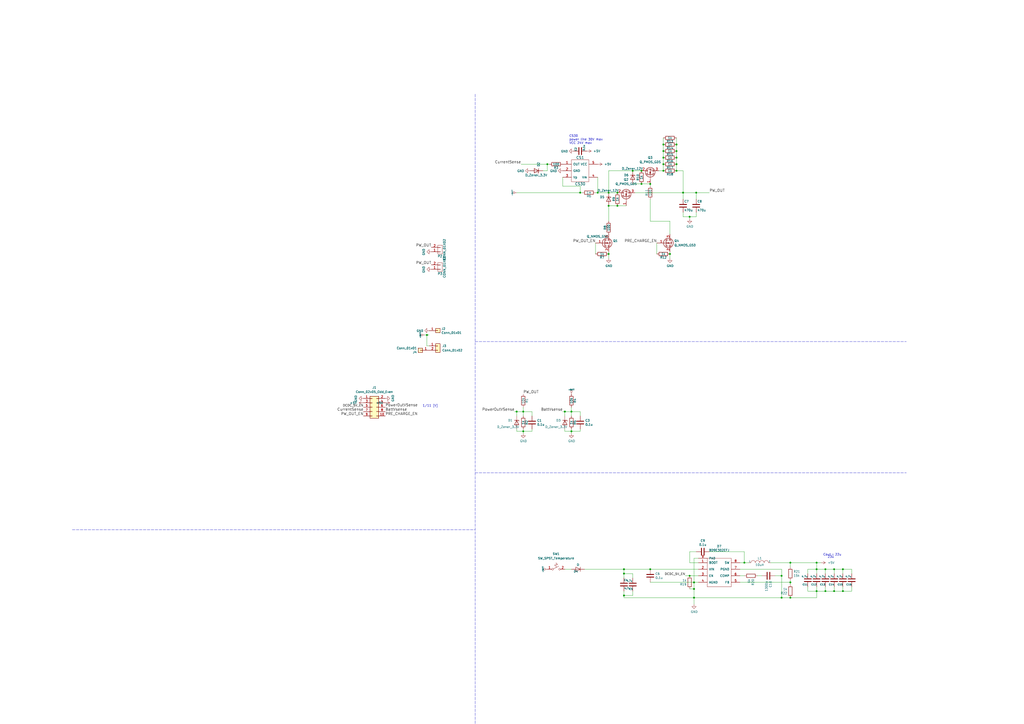
<source format=kicad_sch>
(kicad_sch (version 20211123) (generator eeschema)
  (paper "A2")
  (lib_symbols
    (symbol "Connector_Generic:Conn_01x02" (pin_names (offset 1.016) hide)
      (property "Reference" "J" (at 0 2.54 0))
      (property "Value" "Conn_01x02" (at 0 -5.08 0))
      (symbol "Conn_01x02_1_1"
        (rectangle (start -1.27 -2.413) (end 0 -2.667) (stroke (width 0.1524)))
        (rectangle (start -1.27 0.127) (end 0 -0.127) (stroke (width 0.1524)))
        (rectangle (start -1.27 1.27) (end 1.27 -3.81) (stroke (width 0.254)) (fill (type background)))
        (pin passive line (at -5.08 0 0) (length 3.81) (name "Pin_1") (number "1"))
        (pin passive line (at -5.08 -2.54 0) (length 3.81) (name "Pin_2") (number "2"))
      )
    )
    (symbol "Connector_Generic:Conn_02x05_Odd_Even" (pin_names (offset 1.016) hide)
      (property "Reference" "J" (at 1.27 7.62 0))
      (property "Value" "Conn_02x05_Odd_Even" (at 1.27 -7.62 0))
      (symbol "Conn_02x05_Odd_Even_1_1"
        (rectangle (start -1.27 -4.953) (end 0 -5.207) (stroke (width 0.1524)))
        (rectangle (start -1.27 -2.413) (end 0 -2.667) (stroke (width 0.1524)))
        (rectangle (start -1.27 0.127) (end 0 -0.127) (stroke (width 0.1524)))
        (rectangle (start -1.27 2.667) (end 0 2.413) (stroke (width 0.1524)))
        (rectangle (start -1.27 5.207) (end 0 4.953) (stroke (width 0.1524)))
        (rectangle (start -1.27 6.35) (end 3.81 -6.35) (stroke (width 0.254)) (fill (type background)))
        (rectangle (start 3.81 -4.953) (end 2.54 -5.207) (stroke (width 0.1524)))
        (rectangle (start 3.81 -2.413) (end 2.54 -2.667) (stroke (width 0.1524)))
        (rectangle (start 3.81 0.127) (end 2.54 -0.127) (stroke (width 0.1524)))
        (rectangle (start 3.81 2.667) (end 2.54 2.413) (stroke (width 0.1524)))
        (rectangle (start 3.81 5.207) (end 2.54 4.953) (stroke (width 0.1524)))
        (pin passive line (at -5.08 5.08 0) (length 3.81) (name "Pin_1") (number "1"))
        (pin passive line (at 7.62 -5.08 180) (length 3.81) (name "Pin_10") (number "10"))
        (pin passive line (at 7.62 5.08 180) (length 3.81) (name "Pin_2") (number "2"))
        (pin passive line (at -5.08 2.54 0) (length 3.81) (name "Pin_3") (number "3"))
        (pin passive line (at 7.62 2.54 180) (length 3.81) (name "Pin_4") (number "4"))
        (pin passive line (at -5.08 0 0) (length 3.81) (name "Pin_5") (number "5"))
        (pin passive line (at 7.62 0 180) (length 3.81) (name "Pin_6") (number "6"))
        (pin passive line (at -5.08 -2.54 0) (length 3.81) (name "Pin_7") (number "7"))
        (pin passive line (at 7.62 -2.54 180) (length 3.81) (name "Pin_8") (number "8"))
        (pin passive line (at -5.08 -5.08 0) (length 3.81) (name "Pin_9") (number "9"))
      )
    )
    (symbol "Device:C" (pin_numbers hide) (pin_names (offset 0.254))
      (property "Reference" "C" (at 0.635 2.54 0))
      (property "Value" "C" (at 0.635 -2.54 0))
      (symbol "C_0_1"
        (polyline (pts (xy -2.032 -0.762) (xy 2.032 -0.762)) (stroke (width 0.508)))
        (polyline (pts (xy -2.032 0.762) (xy 2.032 0.762)) (stroke (width 0.508)))
      )
      (symbol "C_1_1"
        (pin passive line (at 0 3.81 270) (length 2.794) (name "~") (number "1"))
        (pin passive line (at 0 -3.81 90) (length 2.794) (name "~") (number "2"))
      )
    )
    (symbol "Device:D_Zener" (pin_numbers hide) (pin_names (offset 1.016) hide)
      (property "Reference" "D" (at 0 2.54 0))
      (property "Value" "D_Zener" (at 0 -2.54 0))
      (symbol "D_Zener_0_1"
        (polyline (pts (xy 1.27 0) (xy -1.27 0)))
        (polyline (pts (xy -1.27 -1.27) (xy -1.27 1.27) (xy -0.762 1.27)) (stroke (width 0.254)))
        (polyline (pts (xy 1.27 -1.27) (xy 1.27 1.27) (xy -1.27 0) (xy 1.27 -1.27)) (stroke (width 0.254)))
      )
      (symbol "D_Zener_1_1"
        (pin passive line (at -3.81 0 0) (length 2.54) (name "K") (number "1"))
        (pin passive line (at 3.81 0 180) (length 2.54) (name "A") (number "2"))
      )
    )
    (symbol "Device:Q_PMOS_GDS" (pin_names (offset 0) hide)
      (property "Reference" "Q" (at 5.08 1.27 0))
      (property "Value" "Q_PMOS_GDS" (at 5.08 -1.27 0))
      (symbol "Q_PMOS_GDS_0_1"
        (polyline (pts (xy 0.254 0) (xy -2.54 0)))
        (polyline (pts (xy 0.254 1.905) (xy 0.254 -1.905)) (stroke (width 0.254)))
        (polyline (pts (xy 0.762 -1.27) (xy 0.762 -2.286)) (stroke (width 0.254)))
        (polyline (pts (xy 0.762 0.508) (xy 0.762 -0.508)) (stroke (width 0.254)))
        (polyline (pts (xy 0.762 2.286) (xy 0.762 1.27)) (stroke (width 0.254)))
        (polyline (pts (xy 2.54 2.54) (xy 2.54 1.778)))
        (polyline (pts (xy 2.54 -2.54) (xy 2.54 0) (xy 0.762 0)))
        (polyline (pts (xy 0.762 1.778) (xy 3.302 1.778) (xy 3.302 -1.778) (xy 0.762 -1.778)))
        (polyline (pts (xy 2.286 0) (xy 1.27 0.381) (xy 1.27 -0.381) (xy 2.286 0)) (fill (type outline)))
        (polyline (pts (xy 2.794 -0.508) (xy 2.921 -0.381) (xy 3.683 -0.381) (xy 3.81 -0.254)))
        (polyline (pts (xy 3.302 -0.381) (xy 2.921 0.254) (xy 3.683 0.254) (xy 3.302 -0.381)))
        (circle (center 1.651 0) (radius 2.794) (stroke (width 0.254)))
        (circle (center 2.54 -1.778) (radius 0.254) (fill (type outline)))
        (circle (center 2.54 1.778) (radius 0.254) (fill (type outline)))
      )
      (symbol "Q_PMOS_GDS_1_1"
        (pin input line (at -5.08 0 0) (length 2.54) (name "G") (number "1"))
        (pin passive line (at 2.54 5.08 270) (length 2.54) (name "D") (number "2"))
        (pin passive line (at 2.54 -5.08 90) (length 2.54) (name "S") (number "3"))
      )
    )
    (symbol "Device:R" (pin_numbers hide) (pin_names (offset 0))
      (property "Reference" "R" (at 2.032 0 90))
      (property "Value" "R" (at 0 0 90))
      (symbol "R_0_1"
        (rectangle (start -1.016 -2.54) (end 1.016 2.54) (stroke (width 0.254)))
      )
      (symbol "R_1_1"
        (pin passive line (at 0 3.81 270) (length 1.27) (name "~") (number "1"))
        (pin passive line (at 0 -3.81 90) (length 1.27) (name "~") (number "2"))
      )
    )
    (symbol "SSL_BST_ver1.3-rescue:+BATT" (power) (pin_names (offset 0))
      (property "Value" "+BATT" (at 0 2.54 0))
      (symbol "+BATT_0_0"
        (pin power_in line (at 0 0 90) (length 0) hide (name "+BATT") (number "1"))
      )
      (symbol "+BATT_0_1"
        (polyline (pts (xy 0 0) (xy 0 1.016) (xy 0 1.016)))
        (circle (center 0 1.524) (radius 0.508))
      )
    )
    (symbol "SSL_BST_ver1.3-rescue:C" (pin_numbers hide) (pin_names (offset 0.254))
      (property "Reference" "C" (at 0.635 2.54 0))
      (property "Value" "C" (at 0.635 -2.54 0))
      (symbol "C_0_1"
        (polyline (pts (xy -2.032 -0.762) (xy 2.032 -0.762)) (stroke (width 0.508)))
        (polyline (pts (xy -2.032 0.762) (xy 2.032 0.762)) (stroke (width 0.508)))
      )
      (symbol "C_1_1"
        (pin passive line (at 0 3.81 270) (length 2.794) (name "~") (number "1"))
        (pin passive line (at 0 -3.81 90) (length 2.794) (name "~") (number "2"))
      )
    )
    (symbol "SSL_BST_ver1.3-rescue:CONN_01X02" (pin_names (offset 1.016) hide)
      (property "Reference" "P" (at 0 3.81 0))
      (property "Value" "CONN_01X02" (at 2.54 0 90))
      (symbol "CONN_01X02_0_1"
        (rectangle (start -1.27 -1.143) (end 0.254 -1.397))
        (rectangle (start -1.27 1.397) (end 0.254 1.143))
        (rectangle (start -1.27 2.54) (end 1.27 -2.54))
      )
      (symbol "CONN_01X02_1_1"
        (pin passive line (at -5.08 1.27 0) (length 3.81) (name "P1") (number "1"))
        (pin passive line (at -5.08 -1.27 0) (length 3.81) (name "P2") (number "2"))
      )
    )
    (symbol "SSL_BST_ver1.3-rescue:CS30" (pin_names (offset 1.016))
      (property "Reference" "CS" (at 0 7.62 0))
      (property "Value" "CS30" (at 0 -7.62 0))
      (symbol "CS30_0_1"
        (rectangle (start -5.08 6.35) (end 5.08 -6.35))
      )
      (symbol "CS30_1_1"
        (pin input line (at -10.16 3.81 0) (length 5.08) (name "OUT") (number "1"))
        (pin input line (at -10.16 0 0) (length 5.08) (name "GND") (number "2"))
        (pin input line (at -10.16 -3.81 0) (length 5.08) (name "Vp") (number "3"))
        (pin input line (at 10.16 -3.81 180) (length 5.08) (name "Vm") (number "4"))
        (pin input line (at 10.16 3.81 180) (length 5.08) (name "VCC") (number "5"))
      )
    )
    (symbol "SSL_BST_ver1.3-rescue:D" (pin_numbers hide) (pin_names (offset 1.016) hide)
      (property "Reference" "D" (at 0 2.54 0))
      (property "Value" "D" (at 0 -2.54 0))
      (symbol "D_0_1"
        (polyline (pts (xy -1.27 1.27) (xy -1.27 -1.27)) (stroke (width 0.2032)))
        (polyline (pts (xy 1.27 0) (xy -1.27 0)))
        (polyline (pts (xy 1.27 1.27) (xy 1.27 -1.27) (xy -1.27 0) (xy 1.27 1.27)) (stroke (width 0.2032)))
      )
      (symbol "D_1_1"
        (pin passive line (at -3.81 0 0) (length 2.54) (name "K") (number "1"))
        (pin passive line (at 3.81 0 180) (length 2.54) (name "A") (number "2"))
      )
    )
    (symbol "SSL_BST_ver1.3-rescue:INDUCTOR" (pin_numbers hide) (pin_names (offset 0))
      (property "Reference" "L" (at 0 2.54 0))
      (property "Value" "INDUCTOR" (at 0 -1.27 0))
      (symbol "INDUCTOR_0_1"
        (arc (start -2.54 0) (mid -3.81 1.27) (end -5.08 0))
        (arc (start 0 0) (mid -1.27 1.27) (end -2.54 0))
        (arc (start 2.54 0) (mid 1.27 1.27) (end 0 0))
        (arc (start 5.08 0) (mid 3.81 1.27) (end 2.54 0))
      )
      (symbol "INDUCTOR_1_1"
        (pin input line (at -6.35 0 0) (length 1.27) (name "1") (number "1"))
        (pin input line (at 6.35 0 180) (length 1.27) (name "2") (number "2"))
      )
    )
    (symbol "SSL_BST_ver1.3-rescue:Q_NMOS_GSD" (pin_names (offset 0) hide)
      (property "Reference" "Q" (at 5.08 1.27 0))
      (property "Value" "Q_NMOS_GSD" (at 5.08 -1.27 0))
      (symbol "Q_NMOS_GSD_0_1"
        (polyline (pts (xy 0.0508 0) (xy 0.254 0)))
        (polyline (pts (xy 0.762 -1.778) (xy 2.54 -1.778)))
        (polyline (pts (xy 0.762 -1.27) (xy 0.762 -2.286)) (stroke (width 0.254)))
        (polyline (pts (xy 0.762 0) (xy 2.54 0)))
        (polyline (pts (xy 0.762 0.508) (xy 0.762 -0.508)) (stroke (width 0.254)))
        (polyline (pts (xy 0.762 1.778) (xy 2.54 1.778)))
        (polyline (pts (xy 0.762 2.286) (xy 0.762 1.27)) (stroke (width 0.254)))
        (polyline (pts (xy 2.54 -1.778) (xy 2.54 -2.54)))
        (polyline (pts (xy 2.54 -1.778) (xy 2.54 0)))
        (polyline (pts (xy 2.54 2.54) (xy 2.54 1.778)))
        (polyline (pts (xy 0.254 1.905) (xy 0.254 -1.905) (xy 0.254 -1.905)) (stroke (width 0.254)))
        (polyline (pts (xy 1.016 0) (xy 2.032 0.381) (xy 2.032 -0.381) (xy 1.016 0)) (fill (type outline)))
        (polyline (pts (xy 2.54 -1.778) (xy 3.302 -1.778) (xy 3.302 1.778) (xy 2.54 1.778)))
        (polyline (pts (xy 2.794 0.508) (xy 2.921 0.381) (xy 3.683 0.381) (xy 3.81 0.254)))
        (polyline (pts (xy 3.302 0.381) (xy 2.921 -0.254) (xy 3.683 -0.254) (xy 3.302 0.381)))
        (circle (center 1.651 0) (radius 2.8194) (stroke (width 0.254)))
        (circle (center 2.54 -1.778) (radius 0.2794) (fill (type outline)))
        (circle (center 2.54 1.778) (radius 0.2794) (fill (type outline)))
      )
      (symbol "Q_NMOS_GSD_1_1"
        (pin input line (at -5.08 0 0) (length 5.08) (name "G") (number "1"))
        (pin passive line (at 2.54 -5.08 90) (length 2.54) (name "S") (number "2"))
        (pin passive line (at 2.54 5.08 270) (length 2.54) (name "D") (number "3"))
      )
    )
    (symbol "SSL_BST_ver1.3-rescue:R" (pin_numbers hide) (pin_names (offset 0))
      (property "Reference" "R" (at 2.032 0 90))
      (property "Value" "R" (at 0 0 90))
      (symbol "R_0_1"
        (rectangle (start -1.016 -2.54) (end 1.016 2.54) (stroke (width 0.254)))
      )
      (symbol "R_1_1"
        (pin passive line (at 0 3.81 270) (length 1.27) (name "~") (number "1"))
        (pin passive line (at 0 -3.81 90) (length 1.27) (name "~") (number "2"))
      )
    )
    (symbol "SSL_BST_ver1.3_rev2-rescue:BD9E302EFJ-dc-dc" (pin_names (offset 1.016))
      (property "Reference" "D" (at 0 -13.97 0))
      (property "Value" "BD9E302EFJ-dc-dc" (at 0 17.78 0))
      (symbol "BD9E302EFJ-dc-dc_0_1"
        (rectangle (start -7.62 8.89) (end 6.35 -7.62))
      )
      (symbol "BD9E302EFJ-dc-dc_1_1"
        (pin passive line (at -12.7 6.35 0) (length 5.08) (name "BOOT") (number "1"))
        (pin input line (at -12.7 2.54 0) (length 5.08) (name "VIN") (number "2"))
        (pin input line (at -12.7 -1.27 0) (length 5.08) (name "EN") (number "3"))
        (pin input line (at -12.7 -5.08 0) (length 5.08) (name "AGND") (number "4"))
        (pin input line (at 11.43 -5.08 180) (length 5.08) (name "FB") (number "5"))
        (pin input line (at 11.43 -1.27 180) (length 5.08) (name "COMP") (number "6"))
        (pin input line (at 11.43 2.54 180) (length 5.08) (name "PGND") (number "7"))
        (pin input line (at 11.43 6.35 180) (length 5.08) (name "SW") (number "8"))
        (pin input line (at -12.7 8.89 0) (length 5.08) (name "PAD") (number "9"))
      )
    )
    (symbol "SSL_BST_ver1.3_rev2-rescue:Conn_01x01-Connector_Generic" (pin_names (offset 1.016) hide)
      (property "Reference" "J" (at 0 2.54 0))
      (property "Value" "Conn_01x01-Connector_Generic" (at 0 -2.54 0))
      (symbol "Conn_01x01-Connector_Generic_1_1"
        (rectangle (start -1.27 0.127) (end 0 -0.127) (stroke (width 0.1524)))
        (rectangle (start -1.27 1.27) (end 1.27 -1.27) (stroke (width 0.254)) (fill (type background)))
        (pin passive line (at -5.08 0 0) (length 3.81) (name "Pin_1") (number "1"))
      )
    )
    (symbol "SSL_BST_ver1.3_rev2-rescue:GND-power" (power) (pin_names (offset 0))
      (property "Value" "GND-power" (at 0 -3.81 0))
      (symbol "GND-power_0_1"
        (polyline (pts (xy 0 0) (xy 0 -1.27) (xy 1.27 -1.27) (xy 0 -2.54) (xy -1.27 -1.27) (xy 0 -1.27)))
      )
      (symbol "GND-power_1_1"
        (pin power_in line (at 0 0 270) (length 0) hide (name "GND") (number "1"))
      )
    )
    (symbol "Switch:SW_SPST_Temperature" (pin_names (offset 0) hide)
      (property "Reference" "SW" (at 1.778 3.048 0))
      (property "Value" "SW_SPST_Temperature" (at 0 -2.54 0))
      (symbol "SW_SPST_Temperature_0_0"
        (circle (center -2.032 0) (radius 0.508))
        (polyline (pts (xy -1.524 0.254) (xy 1.524 1.778)))
        (polyline (pts (xy 0 1.016) (xy 0 2.032) (xy -0.762 2.032) (xy -0.762 2.54) (xy 0.762 2.54) (xy 0.762 3.048) (xy 0 3.048) (xy 0 3.81)))
        (circle (center 2.032 0) (radius 0.508))
      )
      (symbol "SW_SPST_Temperature_1_1"
        (pin passive line (at -5.08 0 0) (length 2.54) (name "A") (number "1"))
        (pin passive line (at 5.08 0 180) (length 2.54) (name "B") (number "2"))
      )
    )
    (symbol "power:+5V" (power) (pin_names (offset 0))
      (property "Value" "+5V" (at 0 3.556 0))
      (symbol "+5V_0_1"
        (polyline (pts (xy -0.762 1.27) (xy 0 2.54)))
        (polyline (pts (xy 0 0) (xy 0 2.54)))
        (polyline (pts (xy 0 2.54) (xy 0.762 1.27)))
      )
      (symbol "+5V_1_1"
        (pin power_in line (at 0 0 90) (length 0) hide (name "+5V") (number "1"))
      )
    )
  )
  (junction (at 384.81 95.25))
  (junction (at 396.24 111.76))
  (junction (at 473.71 330.2))
  (junction (at 331.47 238.76))
  (junction (at 353.06 111.76))
  (junction (at 392.43 99.06))
  (junction (at 473.71 342.9))
  (junction (at 372.11 106.68))
  (junction (at 384.81 87.63))
  (junction (at 299.72 238.76))
  (junction (at 483.87 342.9))
  (junction (at 331.47 250.19))
  (junction (at 361.95 330.2))
  (junction (at 458.47 326.39))
  (junction (at 402.59 346.71))
  (junction (at 392.43 95.25))
  (junction (at 488.95 342.9))
  (junction (at 317.5 95.25))
  (junction (at 372.11 99.06))
  (junction (at 458.47 346.71))
  (junction (at 361.95 345.44))
  (junction (at 402.59 341.63))
  (junction (at 392.43 87.63))
  (junction (at 453.39 334.01))
  (junction (at 453.39 346.71))
  (junction (at 392.43 91.44))
  (junction (at 478.79 342.9))
  (junction (at 336.55 111.76))
  (junction (at 384.81 91.44))
  (junction (at 358.14 111.76))
  (junction (at 400.05 125.73))
  (junction (at 402.59 337.82))
  (junction (at 488.95 330.2))
  (junction (at 353.06 119.38))
  (junction (at 392.43 83.82))
  (junction (at 384.81 83.82))
  (junction (at 303.53 238.76))
  (junction (at 361.95 332.74))
  (junction (at 388.62 147.32))
  (junction (at 358.14 119.38))
  (junction (at 483.87 330.2))
  (junction (at 473.71 326.39))
  (junction (at 400.05 334.01))
  (junction (at 384.81 99.06))
  (junction (at 403.86 111.76))
  (junction (at 327.66 238.76))
  (junction (at 431.8 326.39))
  (junction (at 377.19 106.68))
  (junction (at 377.19 330.2))
  (junction (at 247.65 194.31))
  (junction (at 458.47 337.82))
  (junction (at 303.53 250.19))
  (junction (at 367.03 99.06))
  (junction (at 478.79 330.2))
  (junction (at 353.06 147.32))
  (junction (at 346.71 111.76))
  (wire (pts (xy 405.13 326.39) (xy 400.05 326.39)))
  (wire (pts (xy 331.47 236.22) (xy 331.47 238.76)))
  (wire (pts (xy 361.95 345.44) (xy 367.03 345.44)))
  (wire (pts (xy 303.53 238.76) (xy 308.61 238.76)))
  (wire (pts (xy 367.03 345.44) (xy 367.03 342.9)))
  (wire (pts (xy 377.19 330.2) (xy 405.13 330.2)))
  (wire (pts (xy 402.59 346.71) (xy 402.59 350.52)))
  (wire (pts (xy 396.24 123.19) (xy 396.24 125.73)))
  (wire (pts (xy 246.38 194.31) (xy 247.65 194.31)))
  (wire (pts (xy 384.81 80.01) (xy 384.81 83.82)))
  (wire (pts (xy 247.65 194.31) (xy 248.92 194.31)))
  (wire (pts (xy 361.95 335.28) (xy 361.95 332.74)))
  (wire (pts (xy 478.79 330.2) (xy 483.87 330.2)))
  (wire (pts (xy 488.95 330.2) (xy 494.03 330.2)))
  (wire (pts (xy 402.59 323.85) (xy 405.13 323.85)))
  (wire (pts (xy 431.8 320.04) (xy 431.8 326.39)))
  (wire (pts (xy 403.86 111.76) (xy 403.86 115.57)))
  (wire (pts (xy 336.55 111.76) (xy 337.82 111.76)))
  (wire (pts (xy 336.55 111.76) (xy 336.55 107.95)))
  (wire (pts (xy 458.47 346.71) (xy 473.71 346.71)))
  (wire (pts (xy 361.95 332.74) (xy 367.03 332.74)))
  (wire (pts (xy 353.06 119.38) (xy 358.14 119.38)))
  (wire (pts (xy 299.72 250.19) (xy 303.53 250.19)))
  (wire (pts (xy 382.27 99.06) (xy 384.81 99.06)))
  (wire (pts (xy 458.47 337.82) (xy 458.47 339.09)))
  (wire (pts (xy 453.39 330.2) (xy 453.39 334.01)))
  (wire (pts (xy 303.53 250.19) (xy 308.61 250.19)))
  (wire (pts (xy 458.47 326.39) (xy 458.47 328.93)))
  (wire (pts (xy 431.8 326.39) (xy 429.26 326.39)))
  (wire (pts (xy 453.39 334.01) (xy 453.39 346.71)))
  (wire (pts (xy 396.24 125.73) (xy 400.05 125.73)))
  (wire (pts (xy 392.43 99.06) (xy 396.24 99.06)))
  (wire (pts (xy 314.96 99.06) (xy 317.5 99.06)))
  (wire (pts (xy 388.62 147.32) (xy 388.62 149.86)))
  (wire (pts (xy 331.47 238.76) (xy 331.47 241.3)))
  (wire (pts (xy 488.95 342.9) (xy 494.03 342.9)))
  (wire (pts (xy 367.03 332.74) (xy 367.03 335.28)))
  (wire (pts (xy 361.95 342.9) (xy 361.95 345.44)))
  (wire (pts (xy 303.53 238.76) (xy 303.53 241.3)))
  (wire (pts (xy 392.43 80.01) (xy 392.43 83.82)))
  (wire (pts (xy 384.81 91.44) (xy 384.81 95.25)))
  (wire (pts (xy 396.24 111.76) (xy 403.86 111.76)))
  (wire (pts (xy 388.62 128.27) (xy 388.62 135.89)))
  (wire (pts (xy 303.53 250.19) (xy 303.53 248.92)))
  (wire (pts (xy 367.03 99.06) (xy 372.11 99.06)))
  (wire (pts (xy 411.48 320.04) (xy 431.8 320.04)))
  (wire (pts (xy 331.47 238.76) (xy 336.55 238.76)))
  (wire (pts (xy 299.72 238.76) (xy 298.45 238.76)))
  (polyline (pts (xy 275.59 198.12) (xy 525.78 198.12)))
  (polyline (pts (xy 275.59 274.32) (xy 525.78 274.32)))
  (wire (pts (xy 388.62 146.05) (xy 388.62 147.32)))
  (wire (pts (xy 361.95 346.71) (xy 402.59 346.71)))
  (wire (pts (xy 483.87 330.2) (xy 488.95 330.2)))
  (wire (pts (xy 353.06 99.06) (xy 367.03 99.06)))
  (wire (pts (xy 367.03 106.68) (xy 372.11 106.68)))
  (wire (pts (xy 372.11 106.68) (xy 377.19 106.68)))
  (wire (pts (xy 429.26 330.2) (xy 453.39 330.2)))
  (wire (pts (xy 336.55 238.76) (xy 336.55 241.3)))
  (wire (pts (xy 429.26 337.82) (xy 458.47 337.82)))
  (wire (pts (xy 345.44 111.76) (xy 346.71 111.76)))
  (wire (pts (xy 346.71 102.87) (xy 346.71 111.76)))
  (wire (pts (xy 483.87 330.2) (xy 483.87 332.74)))
  (wire (pts (xy 353.06 119.38) (xy 353.06 128.27)))
  (wire (pts (xy 396.24 115.57) (xy 396.24 111.76)))
  (wire (pts (xy 303.53 251.46) (xy 303.53 250.19)))
  (wire (pts (xy 439.42 334.01) (xy 441.96 334.01)))
  (wire (pts (xy 302.26 95.25) (xy 317.5 95.25)))
  (wire (pts (xy 331.47 250.19) (xy 336.55 250.19)))
  (wire (pts (xy 353.06 146.05) (xy 353.06 147.32)))
  (wire (pts (xy 473.71 326.39) (xy 473.71 330.2)))
  (wire (pts (xy 400.05 125.73) (xy 403.86 125.73)))
  (wire (pts (xy 468.63 342.9) (xy 473.71 342.9)))
  (wire (pts (xy 377.19 107.95) (xy 377.19 106.68)))
  (wire (pts (xy 346.71 111.76) (xy 353.06 111.76)))
  (wire (pts (xy 488.95 342.9) (xy 488.95 340.36)))
  (wire (pts (xy 403.86 111.76) (xy 411.48 111.76)))
  (polyline (pts (xy 275.59 54.61) (xy 275.59 424.18)))
  (wire (pts (xy 361.95 330.2) (xy 377.19 330.2)))
  (wire (pts (xy 317.5 95.25) (xy 318.77 95.25)))
  (wire (pts (xy 468.63 332.74) (xy 468.63 330.2)))
  (wire (pts (xy 384.81 87.63) (xy 384.81 91.44)))
  (wire (pts (xy 336.55 107.95) (xy 326.39 107.95)))
  (wire (pts (xy 331.47 238.76) (xy 327.66 238.76)))
  (wire (pts (xy 331.47 250.19) (xy 331.47 248.92)))
  (wire (pts (xy 403.86 320.04) (xy 400.05 320.04)))
  (wire (pts (xy 361.95 330.2) (xy 361.95 332.74)))
  (wire (pts (xy 303.53 238.76) (xy 299.72 238.76)))
  (wire (pts (xy 405.13 337.82) (xy 402.59 337.82)))
  (wire (pts (xy 468.63 340.36) (xy 468.63 342.9)))
  (wire (pts (xy 299.72 111.76) (xy 336.55 111.76)))
  (wire (pts (xy 317.5 99.06) (xy 317.5 95.25)))
  (wire (pts (xy 326.39 107.95) (xy 326.39 102.87)))
  (wire (pts (xy 473.71 342.9) (xy 478.79 342.9)))
  (wire (pts (xy 458.47 337.82) (xy 458.47 336.55)))
  (wire (pts (xy 473.71 340.36) (xy 473.71 342.9)))
  (wire (pts (xy 449.58 334.01) (xy 453.39 334.01)))
  (wire (pts (xy 453.39 346.71) (xy 458.47 346.71)))
  (wire (pts (xy 402.59 346.71) (xy 453.39 346.71)))
  (wire (pts (xy 339.09 330.2) (xy 361.95 330.2)))
  (wire (pts (xy 331.47 251.46) (xy 331.47 250.19)))
  (wire (pts (xy 377.19 128.27) (xy 388.62 128.27)))
  (wire (pts (xy 478.79 342.9) (xy 483.87 342.9)))
  (wire (pts (xy 397.51 334.01) (xy 400.05 334.01)))
  (wire (pts (xy 353.06 111.76) (xy 353.06 99.06)))
  (wire (pts (xy 458.47 326.39) (xy 473.71 326.39)))
  (wire (pts (xy 400.05 125.73) (xy 400.05 127)))
  (wire (pts (xy 327.66 241.3) (xy 327.66 238.76)))
  (wire (pts (xy 308.61 238.76) (xy 308.61 241.3)))
  (wire (pts (xy 403.86 125.73) (xy 403.86 123.19)))
  (wire (pts (xy 327.66 248.92) (xy 327.66 250.19)))
  (wire (pts (xy 392.43 95.25) (xy 392.43 99.06)))
  (wire (pts (xy 447.04 326.39) (xy 458.47 326.39)))
  (wire (pts (xy 384.81 83.82) (xy 384.81 87.63)))
  (wire (pts (xy 327.66 238.76) (xy 326.39 238.76)))
  (wire (pts (xy 473.71 326.39) (xy 476.25 326.39)))
  (wire (pts (xy 299.72 248.92) (xy 299.72 250.19)))
  (wire (pts (xy 327.66 330.2) (xy 331.47 330.2)))
  (wire (pts (xy 363.22 119.38) (xy 358.14 119.38)))
  (wire (pts (xy 345.44 140.97) (xy 345.44 147.32)))
  (wire (pts (xy 488.95 330.2) (xy 488.95 332.74)))
  (wire (pts (xy 400.05 326.39) (xy 400.05 320.04)))
  (wire (pts (xy 483.87 342.9) (xy 483.87 340.36)))
  (wire (pts (xy 468.63 330.2) (xy 473.71 330.2)))
  (wire (pts (xy 361.95 346.71) (xy 361.95 345.44)))
  (wire (pts (xy 402.59 323.85) (xy 402.59 337.82)))
  (wire (pts (xy 402.59 337.82) (xy 402.59 341.63)))
  (wire (pts (xy 299.72 241.3) (xy 299.72 238.76)))
  (wire (pts (xy 494.03 342.9) (xy 494.03 340.36)))
  (wire (pts (xy 434.34 326.39) (xy 431.8 326.39)))
  (wire (pts (xy 377.19 337.82) (xy 402.59 337.82)))
  (wire (pts (xy 402.59 341.63) (xy 402.59 346.71)))
  (wire (pts (xy 336.55 250.19) (xy 336.55 248.92)))
  (wire (pts (xy 353.06 111.76) (xy 358.14 111.76)))
  (wire (pts (xy 392.43 83.82) (xy 392.43 87.63)))
  (wire (pts (xy 377.19 115.57) (xy 377.19 128.27)))
  (wire (pts (xy 308.61 250.19) (xy 308.61 248.92)))
  (wire (pts (xy 494.03 330.2) (xy 494.03 332.74)))
  (wire (pts (xy 429.26 334.01) (xy 431.8 334.01)))
  (wire (pts (xy 247.65 200.66) (xy 248.92 200.66)))
  (wire (pts (xy 327.66 250.19) (xy 331.47 250.19)))
  (wire (pts (xy 368.3 111.76) (xy 396.24 111.76)))
  (wire (pts (xy 353.06 147.32) (xy 353.06 149.86)))
  (wire (pts (xy 392.43 87.63) (xy 392.43 91.44)))
  (wire (pts (xy 247.65 194.31) (xy 247.65 200.66)))
  (wire (pts (xy 384.81 95.25) (xy 384.81 99.06)))
  (wire (pts (xy 478.79 340.36) (xy 478.79 342.9)))
  (polyline (pts (xy 41.91 307.34) (xy 275.59 307.34)))
  (wire (pts (xy 400.05 334.01) (xy 405.13 334.01)))
  (wire (pts (xy 392.43 91.44) (xy 392.43 95.25)))
  (wire (pts (xy 473.71 346.71) (xy 473.71 342.9)))
  (wire (pts (xy 473.71 330.2) (xy 473.71 332.74)))
  (wire (pts (xy 478.79 332.74) (xy 478.79 330.2)))
  (wire (pts (xy 400.05 341.63) (xy 402.59 341.63)))
  (wire (pts (xy 483.87 342.9) (xy 488.95 342.9)))
  (wire (pts (xy 303.53 236.22) (xy 303.53 238.76)))
  (wire (pts (xy 396.24 99.06) (xy 396.24 111.76)))
  (wire (pts (xy 473.71 330.2) (xy 478.79 330.2)))
  (wire (pts (xy 381 140.97) (xy 381 147.32)))
  (text "CS30\npower line 30V max\nVCC 24V max" (at 330.2 83.82 0) (effects (font (size 1.27 1.27)) (justify left bottom)))
  (text "Cout : 22u" (at 477.52 322.58 0) (effects (font (size 1.27 1.27)) (justify left bottom)))
  (text "1/11 [V]" (at 245.11 236.22 0) (effects (font (size 1.27 1.27)) (justify left bottom)))
  (text "23u" (at 480.06 323.85 0) (effects (font (size 1.27 1.27)) (justify left bottom)))
  (label "PW_OUT" (at 411.48 111.76 0) (effects (font (size 1.524 1.524))))
  (label "PowerOutVSense" (at 223.52 236.22 0) (effects (font (size 1.524 1.524))))
  (label "PRE_CHARGE_EN" (at 223.52 241.3 0) (effects (font (size 1.524 1.524))))
  (label "BattVsense" (at 326.39 238.76 180) (effects (font (size 1.524 1.524))))
  (label "PW_OUT_EN" (at 210.82 241.3 180) (effects (font (size 1.524 1.524))))
  (label "PW_OUT" (at 250.19 143.51 180) (effects (font (size 1.524 1.524))))
  (label "PW_OUT" (at 250.19 153.67 180) (effects (font (size 1.524 1.524))))
  (label "CurrentSense" (at 210.82 238.76 180) (effects (font (size 1.524 1.524))))
  (label "PRE_CHARGE_EN" (at 381 140.97 180) (effects (font (size 1.524 1.524))))
  (label "PW_OUT_EN" (at 345.44 140.97 180) (effects (font (size 1.524 1.524))))
  (label "CurrentSense" (at 302.26 95.25 180) (effects (font (size 1.524 1.524))))
  (label "DCDC_5V_EN" (at 397.51 334.01 180))
  (label "PW_OUT" (at 303.53 228.6 0) (effects (font (size 1.524 1.524))))
  (label "PowerOutVSense" (at 298.45 238.76 180) (effects (font (size 1.524 1.524))))
  (label "DCDC_5V_EN" (at 210.82 236.22 180))
  (label "BattVsense" (at 223.52 238.76 0) (effects (font (size 1.524 1.524))))
  (symbol (lib_id "SSL_BST_ver1.3-rescue:CS30") (at 336.55 99.06 0) (unit 1)
    (property "Reference" "CS1" (at 336.55 91.44 0) (effects (font (size 1.524 1.524))))
    (property "Value" "CS30" (at 336.55 106.68 0) (effects (font (size 1.524 1.524))))
    (property "Footprint" "Package_TO_SOT_SMD:SOT-23-5" (effects hide))
  )
  (symbol (lib_id "SSL_BST_ver1.3-rescue:C") (at 396.24 119.38 0) (unit 1)
    (property "Reference" "C7" (at 396.875 116.84 0) (effects (justify left)))
    (property "Value" "470u" (at 396.875 121.92 0) (effects (justify left)))
    (property "Footprint" "Capacitor_THT:CP_Radial_D10.0mm_P5.00mm" (effects hide))
  )
  (symbol (lib_id "SSL_BST_ver1.3-rescue:R") (at 322.58 95.25 270) (unit 1)
    (property "Reference" "R3" (at 322.58 97.282 90))
    (property "Value" "100" (at 322.58 95.25 90))
    (property "Footprint" "Resistor_SMD:R_0603_1608Metric" (effects hide))
  )
  (symbol (lib_id "SSL_BST_ver1.3-rescue:D") (at 335.28 330.2 180) (unit 1)
    (property "Reference" "D4" (at 334.01 331.47 0))
    (property "Value" "D" (at 335.28 327.66 0))
    (property "Footprint" "Diode_SMD:D_1206_3216Metric" (effects hide))
  )
  (symbol (lib_id "SSL_BST_ver1.3-rescue:+BATT") (at 299.72 111.76 90) (unit 1)
    (property "Reference" "#PWR010" (effects hide))
    (property "Value" "+BATT" (at 297.18 111.76 0) (effects (font (size 0.762 0.762))))
  )
  (symbol (lib_id "SSL_BST_ver1.3-rescue:R") (at 341.63 111.76 270) (unit 1)
    (property "Reference" "R6" (at 341.63 113.792 90))
    (property "Value" "1m" (at 341.63 111.76 90))
    (property "Footprint" "Resistor_SMD:R_0815_2038Metric" (effects hide))
  )
  (symbol (lib_id "SSL_BST_ver1.3-rescue:R") (at 358.14 115.57 180) (unit 1)
    (property "Reference" "R9" (at 356.108 115.57 90))
    (property "Value" "1k" (at 358.14 115.57 90))
    (property "Footprint" "Resistor_SMD:R_0603_1608Metric" (effects hide))
  )
  (symbol (lib_id "SSL_BST_ver1.3-rescue:R") (at 349.25 147.32 270) (unit 1)
    (property "Reference" "R7" (at 349.25 149.352 90))
    (property "Value" "1k" (at 349.25 147.32 90))
    (property "Footprint" "Resistor_SMD:R_0603_1608Metric" (effects hide))
  )
  (symbol (lib_id "SSL_BST_ver1.3-rescue:Q_NMOS_GSD") (at 350.52 140.97 0) (unit 1)
    (property "Reference" "Q1" (at 355.6 139.7 0) (effects (justify left)))
    (property "Value" "Q_NMOS_GSD" (at 340.36 137.16 0) (effects (justify left)))
    (property "Footprint" "Package_TO_SOT_SMD:TSOT-23" (effects hide))
  )
  (symbol (lib_id "SSL_BST_ver1.3-rescue:+BATT") (at 246.38 194.31 90) (unit 1)
    (property "Reference" "#PWR05" (effects hide))
    (property "Value" "+BATT" (at 243.84 194.31 0) (effects (font (size 0.762 0.762))))
  )
  (symbol (lib_id "SSL_BST_ver1.3-rescue:R") (at 331.47 245.11 0) (unit 1)
    (property "Reference" "R5" (at 333.502 245.11 90))
    (property "Value" "1k" (at 331.47 245.11 90))
    (property "Footprint" "Resistor_SMD:R_0603_1608Metric" (effects hide))
  )
  (symbol (lib_id "SSL_BST_ver1.3-rescue:R") (at 331.47 232.41 0) (unit 1)
    (property "Reference" "R4" (at 333.502 232.41 90))
    (property "Value" "10k" (at 331.47 232.41 90))
    (property "Footprint" "Resistor_SMD:R_0603_1608Metric" (effects hide))
  )
  (symbol (lib_id "SSL_BST_ver1.3-rescue:+BATT") (at 331.47 228.6 0) (unit 1)
    (property "Reference" "#PWR015" (effects hide))
    (property "Value" "+BATT" (at 331.47 226.06 0) (effects (font (size 0.762 0.762))))
  )
  (symbol (lib_id "SSL_BST_ver1.3-rescue:CONN_01X02") (at 255.27 154.94 0) (mirror x) (unit 1)
    (property "Reference" "P3" (at 255.27 158.75 0))
    (property "Value" "CONN_01X02" (at 257.81 154.94 90))
    (property "Footprint" "Connector_AMASS:AMASS_XT30PW-F_1x02_P2.50mm_Horizontal" (effects hide))
  )
  (symbol (lib_id "SSL_BST_ver1.3-rescue:C") (at 488.95 336.55 180) (unit 1)
    (property "Reference" "C15" (at 488.95 339.09 0) (effects (font (size 1.016 1.016)) (justify left)))
    (property "Value" "4.7u" (at 488.7976 334.391 0) (effects (font (size 1.016 1.016)) (justify left)))
    (property "Footprint" "Capacitor_SMD:C_1206_3216Metric" (effects hide))
  )
  (symbol (lib_id "SSL_BST_ver1.3_rev2-rescue:BD9E302EFJ-dc-dc") (at 417.83 332.74 0) (unit 1)
    (property "Reference" "D7" (at 417.195 316.865 0))
    (property "Value" "BD9E302EFJ" (at 417.195 319.1764 0))
    (property "Footprint" "Package_SO:Diodes_PSOP-8" (effects hide))
  )
  (symbol (lib_id "Device:R") (at 435.61 334.01 270) (unit 1)
    (property "Reference" "R20" (at 436.7784 335.788 0) (effects (justify left)))
    (property "Value" "6k" (at 434.467 335.788 0) (effects (justify left)))
    (property "Footprint" "Resistor_SMD:R_0603_1608Metric" (effects hide))
  )
  (symbol (lib_id "Device:C") (at 445.77 334.01 270) (unit 1)
    (property "Reference" "C10" (at 446.9384 336.931 0) (effects (justify left)))
    (property "Value" "1300p" (at 444.627 336.931 0) (effects (justify left)))
    (property "Footprint" "Capacitor_SMD:C_0603_1608Metric" (effects hide))
  )
  (symbol (lib_id "SSL_BST_ver1.3-rescue:INDUCTOR") (at 440.69 326.39 0) (unit 1)
    (property "Reference" "L1" (at 440.69 323.85 0))
    (property "Value" "10uH" (at 440.69 327.66 0))
    (property "Footprint" "Inductor_SMD:L_Vishay_IFSC-1515AH_4x4x1.8mm" (effects hide))
  )
  (symbol (lib_id "Device:R") (at 458.47 332.74 0) (unit 1)
    (property "Reference" "R21" (at 460.248 331.5716 0) (effects (justify left)))
    (property "Value" "15k" (at 460.248 333.883 0) (effects (justify left)))
    (property "Footprint" "Resistor_SMD:R_0603_1608Metric" (effects hide))
  )
  (symbol (lib_id "Device:R") (at 458.47 342.9 180) (unit 1)
    (property "Reference" "R22" (at 456.692 344.0684 0) (effects (justify left)))
    (property "Value" "1k" (at 456.692 341.757 0) (effects (justify left)))
    (property "Footprint" "Resistor_SMD:R_0603_1608Metric" (effects hide))
  )
  (symbol (lib_id "SSL_BST_ver1.3-rescue:C") (at 367.03 339.09 180) (unit 1)
    (property "Reference" "C5" (at 367.03 341.63 0) (effects (font (size 1.016 1.016)) (justify left)))
    (property "Value" "4.7u" (at 366.8776 336.931 0) (effects (font (size 1.016 1.016)) (justify left)))
    (property "Footprint" "Capacitor_SMD:C_1206_3216Metric" (effects hide))
  )
  (symbol (lib_id "SSL_BST_ver1.3-rescue:C") (at 468.63 336.55 180) (unit 1)
    (property "Reference" "C11" (at 468.63 339.09 0) (effects (font (size 1.016 1.016)) (justify left)))
    (property "Value" "4.7u" (at 468.4776 334.391 0) (effects (font (size 1.016 1.016)) (justify left)))
    (property "Footprint" "Capacitor_SMD:C_1206_3216Metric" (effects hide))
  )
  (symbol (lib_id "SSL_BST_ver1.3-rescue:C") (at 473.71 336.55 180) (unit 1)
    (property "Reference" "C12" (at 473.71 339.09 0) (effects (font (size 1.016 1.016)) (justify left)))
    (property "Value" "4.7u" (at 473.5576 334.391 0) (effects (font (size 1.016 1.016)) (justify left)))
    (property "Footprint" "Capacitor_SMD:C_1206_3216Metric" (effects hide))
  )
  (symbol (lib_id "SSL_BST_ver1.3-rescue:C") (at 478.79 336.55 180) (unit 1)
    (property "Reference" "C13" (at 478.79 339.09 0) (effects (font (size 1.016 1.016)) (justify left)))
    (property "Value" "4.7u" (at 478.6376 334.391 0) (effects (font (size 1.016 1.016)) (justify left)))
    (property "Footprint" "Capacitor_SMD:C_1206_3216Metric" (effects hide))
  )
  (symbol (lib_id "SSL_BST_ver1.3-rescue:C") (at 483.87 336.55 180) (unit 1)
    (property "Reference" "C14" (at 483.87 339.09 0) (effects (font (size 1.016 1.016)) (justify left)))
    (property "Value" "4.7u" (at 483.7176 334.391 0) (effects (font (size 1.016 1.016)) (justify left)))
    (property "Footprint" "Capacitor_SMD:C_1206_3216Metric" (effects hide))
  )
  (symbol (lib_id "Device:C") (at 407.67 320.04 270) (unit 1)
    (property "Reference" "C9" (at 407.67 313.6392 90))
    (property "Value" "0.1u" (at 407.67 315.9506 90))
    (property "Footprint" "Capacitor_SMD:C_0603_1608Metric" (effects hide))
  )
  (symbol (lib_id "Device:C") (at 377.19 334.01 180) (unit 1)
    (property "Reference" "C6" (at 380.111 332.8416 0) (effects (justify right)))
    (property "Value" "0.1u" (at 380.111 335.153 0) (effects (justify right)))
    (property "Footprint" "Capacitor_SMD:C_0603_1608Metric" (effects hide))
  )
  (symbol (lib_id "SSL_BST_ver1.3-rescue:C") (at 361.95 339.09 0) (unit 1)
    (property "Reference" "C4" (at 361.95 336.55 0) (effects (font (size 1.016 1.016)) (justify left)))
    (property "Value" "4.7u" (at 362.1024 341.249 0) (effects (font (size 1.016 1.016)) (justify left)))
    (property "Footprint" "Capacitor_SMD:C_1206_3216Metric" (effects hide))
  )
  (symbol (lib_id "SSL_BST_ver1.3-rescue:R") (at 303.53 245.11 0) (unit 1)
    (property "Reference" "R2" (at 305.562 245.11 90))
    (property "Value" "1k" (at 303.53 245.11 90))
    (property "Footprint" "Resistor_SMD:R_0603_1608Metric" (effects hide))
  )
  (symbol (lib_id "SSL_BST_ver1.3-rescue:R") (at 303.53 232.41 0) (unit 1)
    (property "Reference" "R1" (at 305.562 232.41 90))
    (property "Value" "10k" (at 303.53 232.41 90))
    (property "Footprint" "Resistor_SMD:R_0603_1608Metric" (effects hide))
  )
  (symbol (lib_id "SSL_BST_ver1.3_rev2-rescue:GND-power") (at 303.53 251.46 0) (unit 1)
    (property "Reference" "#PWR011" (effects hide))
    (property "Value" "GND" (at 303.657 255.8542 0))
  )
  (symbol (lib_id "Device:C") (at 308.61 245.11 180) (unit 1)
    (property "Reference" "C1" (at 311.531 243.9416 0) (effects (justify right)))
    (property "Value" "0.1u" (at 311.531 246.253 0) (effects (justify right)))
    (property "Footprint" "Capacitor_SMD:C_0603_1608Metric" (effects hide))
  )
  (symbol (lib_id "Device:D_Zener") (at 299.72 245.11 270) (unit 1)
    (property "Reference" "D1" (at 294.64 243.84 90) (effects (justify left)))
    (property "Value" "D_Zener_3.3V" (at 288.29 247.65 90) (effects (justify left)))
    (property "Footprint" "Diode_SMD:D_0603_1608Metric" (effects hide))
  )
  (symbol (lib_id "SSL_BST_ver1.3-rescue:C") (at 403.86 119.38 0) (unit 1)
    (property "Reference" "C8" (at 404.495 116.84 0) (effects (justify left)))
    (property "Value" "470u" (at 404.495 121.92 0) (effects (justify left)))
    (property "Footprint" "Capacitor_THT:CP_Radial_D10.0mm_P5.00mm" (effects hide))
  )
  (symbol (lib_id "SSL_BST_ver1.3-rescue:C") (at 494.03 336.55 180) (unit 1)
    (property "Reference" "C16" (at 494.03 339.09 0) (effects (font (size 1.016 1.016)) (justify left)))
    (property "Value" "4.7u" (at 493.8776 334.391 0) (effects (font (size 1.016 1.016)) (justify left)))
    (property "Footprint" "Capacitor_SMD:C_1206_3216Metric" (effects hide))
  )
  (symbol (lib_id "SSL_BST_ver1.3_rev2-rescue:GND-power") (at 248.92 191.77 270) (unit 1)
    (property "Reference" "#PWR06" (effects hide))
    (property "Value" "GND" (at 245.6688 191.897 90) (effects (justify right)))
  )
  (symbol (lib_id "SSL_BST_ver1.3_rev2-rescue:GND-power") (at 331.47 251.46 0) (unit 1)
    (property "Reference" "#PWR016" (effects hide))
    (property "Value" "GND" (at 331.597 255.8542 0))
  )
  (symbol (lib_id "SSL_BST_ver1.3_rev2-rescue:GND-power") (at 326.39 99.06 270) (unit 1)
    (property "Reference" "#PWR014" (effects hide))
    (property "Value" "GND" (at 323.1388 99.187 90) (effects (justify right)))
  )
  (symbol (lib_id "SSL_BST_ver1.3_rev2-rescue:Conn_01x01-Connector_Generic") (at 254 191.77 0) (unit 1)
    (property "Reference" "J2" (at 256.032 190.7032 0) (effects (justify left)))
    (property "Value" "Conn_01x01" (at 256.032 193.0146 0) (effects (justify left)))
    (property "Footprint" "TestPoint:TestPoint_Plated_Hole_D4.0mm" (effects hide))
  )
  (symbol (lib_id "Device:D_Zener") (at 311.15 99.06 180) (unit 1)
    (property "Reference" "D2" (at 312.42 93.98 90) (effects (justify left)))
    (property "Value" "D_Zener_3.3V" (at 317.5 101.6 0) (effects (justify left)))
    (property "Footprint" "Diode_SMD:D_0603_1608Metric" (effects hide))
  )
  (symbol (lib_id "SSL_BST_ver1.3_rev2-rescue:GND-power") (at 307.34 99.06 270) (unit 1)
    (property "Reference" "#PWR012" (effects hide))
    (property "Value" "GND" (at 304.0888 99.187 90) (effects (justify right)))
  )
  (symbol (lib_id "SSL_BST_ver1.3_rev2-rescue:GND-power") (at 353.06 149.86 0) (unit 1)
    (property "Reference" "#PWR020" (effects hide))
    (property "Value" "GND" (at 353.187 154.2542 0))
  )
  (symbol (lib_id "SSL_BST_ver1.3_rev2-rescue:GND-power") (at 400.05 127 0) (unit 1)
    (property "Reference" "#PWR022" (effects hide))
    (property "Value" "GND" (at 400.177 131.3942 0))
  )
  (symbol (lib_id "SSL_BST_ver1.3-rescue:C") (at 336.55 87.63 90) (unit 1)
    (property "Reference" "C2" (at 334.01 87.63 0) (effects (font (size 1.016 1.016)) (justify left)))
    (property "Value" "0.1u" (at 338.709 87.4776 0) (effects (font (size 1.016 1.016)) (justify left)))
    (property "Footprint" "Capacitor_SMD:C_0603_1608Metric" (effects hide))
  )
  (symbol (lib_id "SSL_BST_ver1.3_rev2-rescue:GND-power") (at 332.74 87.63 270) (unit 1)
    (property "Reference" "#PWR017" (effects hide))
    (property "Value" "GND" (at 329.4888 87.757 90) (effects (justify right)))
  )
  (symbol (lib_id "Device:C") (at 336.55 245.11 180) (unit 1)
    (property "Reference" "C3" (at 339.471 243.9416 0) (effects (justify right)))
    (property "Value" "0.1u" (at 339.471 246.253 0) (effects (justify right)))
    (property "Footprint" "Capacitor_SMD:C_0603_1608Metric" (effects hide))
  )
  (symbol (lib_id "Device:D_Zener") (at 327.66 245.11 270) (unit 1)
    (property "Reference" "D3" (at 322.58 243.84 90) (effects (justify left)))
    (property "Value" "D_Zener_3.3V" (at 316.23 247.65 90) (effects (justify left)))
    (property "Footprint" "Diode_SMD:D_0603_1608Metric" (effects hide))
  )
  (symbol (lib_id "Device:D_Zener") (at 353.06 115.57 270) (unit 1)
    (property "Reference" "D5" (at 347.98 114.3 90) (effects (justify left)))
    (property "Value" "D_Zener_12V" (at 346.71 110.49 90) (effects (justify left)))
    (property "Footprint" "Diode_SMD:D_0603_1608Metric" (effects hide))
  )
  (symbol (lib_id "SSL_BST_ver1.3-rescue:R") (at 353.06 132.08 180) (unit 1)
    (property "Reference" "R8" (at 351.028 132.08 90))
    (property "Value" "100" (at 353.06 132.08 90))
    (property "Footprint" "Resistor_SMD:R_0603_1608Metric" (effects hide))
  )
  (symbol (lib_id "Device:Q_PMOS_GDS") (at 363.22 114.3 90) (unit 1)
    (property "Reference" "Q2" (at 363.22 104.14 90))
    (property "Value" "Q_PMOS_GDS" (at 363.22 106.68 90))
    (property "Footprint" "Package_TO_SOT_SMD:TO-252-2" (effects hide))
  )
  (symbol (lib_id "SSL_BST_ver1.3_rev2-rescue:GND-power") (at 223.52 231.14 90) (unit 1)
    (property "Reference" "#PWR03" (effects hide))
    (property "Value" "GND" (at 227.9142 231.013 0))
  )
  (symbol (lib_id "Connector_Generic:Conn_02x05_Odd_Even") (at 215.9 236.22 0) (unit 1)
    (property "Reference" "J1" (at 217.17 224.79 0))
    (property "Value" "Conn_02x05_Odd_Even" (at 217.17 227.33 0))
    (property "Footprint" "Connector_Hirose:Hirose_DF11-10DP-2DSA_2x05_P2.00mm_Vertical" (effects hide))
  )
  (symbol (lib_id "SSL_BST_ver1.3_rev2-rescue:GND-power") (at 210.82 231.14 270) (unit 1)
    (property "Reference" "#PWR01" (effects hide))
    (property "Value" "GND" (at 206.4258 231.267 0))
  )
  (symbol (lib_id "power:+5V") (at 346.71 95.25 270) (unit 1)
    (property "Reference" "#PWR019" (effects hide))
    (property "Value" "+5V" (at 350.52 95.2499 90) (effects (justify left)))
  )
  (symbol (lib_id "SSL_BST_ver1.3-rescue:R") (at 372.11 102.87 180) (unit 1)
    (property "Reference" "R10" (at 370.078 102.87 90))
    (property "Value" "1k" (at 372.11 102.87 90))
    (property "Footprint" "Resistor_SMD:R_0603_1608Metric" (effects hide))
  )
  (symbol (lib_id "Switch:SW_SPST_Temperature") (at 322.58 330.2 0) (unit 1)
    (property "Reference" "SW1" (at 322.58 321.31 0))
    (property "Value" "SW_SPST_Temperature" (at 322.58 323.85 0))
    (property "Footprint" "Button_Switch_THT:SW_Slide_1P2T_CK_OS102011MS2Q" (effects hide))
  )
  (symbol (lib_id "power:+5V") (at 340.36 87.63 270) (unit 1)
    (property "Reference" "#PWR018" (effects hide))
    (property "Value" "+5V" (at 344.17 87.6299 90) (effects (justify left)))
  )
  (symbol (lib_id "SSL_BST_ver1.3-rescue:R") (at 388.62 99.06 270) (unit 1)
    (property "Reference" "R18" (at 388.62 101.092 90))
    (property "Value" "1k" (at 388.62 99.06 90))
    (property "Footprint" "Resistor_SMD:R_2010_5025Metric" (effects hide))
  )
  (symbol (lib_id "Device:R") (at 400.05 337.82 180) (unit 1)
    (property "Reference" "R19" (at 398.272 338.9884 0) (effects (justify left)))
    (property "Value" "1k" (at 398.272 336.677 0) (effects (justify left)))
    (property "Footprint" "Resistor_SMD:R_0603_1608Metric" (effects hide))
  )
  (symbol (lib_id "SSL_BST_ver1.3-rescue:R") (at 388.62 91.44 270) (unit 1)
    (property "Reference" "R16" (at 388.62 93.472 90))
    (property "Value" "1k" (at 388.62 91.44 90))
    (property "Footprint" "Resistor_SMD:R_2010_5025Metric" (effects hide))
  )
  (symbol (lib_id "Connector_Generic:Conn_01x02") (at 254 200.66 0) (unit 1)
    (property "Reference" "J3" (at 256.54 200.6599 0) (effects (justify left)))
    (property "Value" "Conn_01x02" (at 256.54 203.1999 0) (effects (justify left)))
    (property "Footprint" "user:Reusable_Breaker" (effects hide))
  )
  (symbol (lib_id "SSL_BST_ver1.3_rev2-rescue:GND-power") (at 388.62 149.86 0) (unit 1)
    (property "Reference" "#PWR021" (effects hide))
    (property "Value" "GND" (at 388.747 154.2542 0))
  )
  (symbol (lib_id "Device:Q_PMOS_GDS") (at 377.19 101.6 90) (unit 1)
    (property "Reference" "Q3" (at 377.19 91.44 90))
    (property "Value" "Q_PMOS_GDS" (at 377.19 93.98 90))
    (property "Footprint" "Package_TO_SOT_SMD:TO-252-2" (effects hide))
  )
  (symbol (lib_id "Device:D_Zener") (at 367.03 102.87 270) (unit 1)
    (property "Reference" "D6" (at 361.95 101.6 90) (effects (justify left)))
    (property "Value" "D_Zener_12V" (at 360.68 97.79 90) (effects (justify left)))
    (property "Footprint" "Diode_SMD:D_0603_1608Metric" (effects hide))
  )
  (symbol (lib_id "power:+5V") (at 476.25 326.39 270) (unit 1)
    (property "Reference" "#PWR024" (effects hide))
    (property "Value" "+5V" (at 480.06 326.3899 90) (effects (justify left)))
  )
  (symbol (lib_id "SSL_BST_ver1.3_rev2-rescue:Conn_01x01-Connector_Generic") (at 243.84 203.2 180) (unit 1)
    (property "Reference" "J4" (at 241.808 204.2668 0) (effects (justify left)))
    (property "Value" "Conn_01x01" (at 241.808 201.9554 0) (effects (justify left)))
    (property "Footprint" "TestPoint:TestPoint_Plated_Hole_D4.0mm" (effects hide))
  )
  (symbol (lib_id "SSL_BST_ver1.3_rev2-rescue:GND-power") (at 402.59 350.52 0) (unit 1)
    (property "Reference" "#PWR023" (effects hide))
    (property "Value" "GND" (at 402.717 354.9142 0))
  )
  (symbol (lib_id "SSL_BST_ver1.3-rescue:CONN_01X02") (at 255.27 144.78 0) (mirror x) (unit 1)
    (property "Reference" "P2" (at 255.27 148.59 0))
    (property "Value" "CONN_01X02" (at 257.81 144.78 90))
    (property "Footprint" "Connector_AMASS:AMASS_XT30PW-F_1x02_P2.50mm_Horizontal" (effects hide))
  )
  (symbol (lib_id "SSL_BST_ver1.3-rescue:R") (at 377.19 111.76 180) (unit 1)
    (property "Reference" "R11" (at 375.158 111.76 90))
    (property "Value" "100" (at 377.19 111.76 90))
    (property "Footprint" "Resistor_SMD:R_0603_1608Metric" (effects hide))
  )
  (symbol (lib_id "SSL_BST_ver1.3-rescue:R") (at 388.62 95.25 270) (unit 1)
    (property "Reference" "R17" (at 388.62 97.282 90))
    (property "Value" "1k" (at 388.62 95.25 90))
    (property "Footprint" "Resistor_SMD:R_2010_5025Metric" (effects hide))
  )
  (symbol (lib_id "SSL_BST_ver1.3_rev2-rescue:GND-power") (at 250.19 146.05 270) (unit 1)
    (property "Reference" "#PWR08" (effects hide))
    (property "Value" "GND" (at 245.7958 146.177 0))
  )
  (symbol (lib_id "SSL_BST_ver1.3-rescue:Q_NMOS_GSD") (at 386.08 140.97 0) (unit 1)
    (property "Reference" "Q4" (at 391.16 139.7 0) (effects (justify left)))
    (property "Value" "Q_NMOS_GSD" (at 391.16 142.24 0) (effects (justify left)))
    (property "Footprint" "Package_TO_SOT_SMD:TSOT-23" (effects hide))
  )
  (symbol (lib_id "power:+5V") (at 223.52 233.68 270) (unit 1)
    (property "Reference" "#PWR04" (effects hide))
    (property "Value" "+5V" (at 222.25 233.6801 90) (effects (justify right)))
  )
  (symbol (lib_id "SSL_BST_ver1.3-rescue:+BATT") (at 317.5 330.2 90) (unit 1)
    (property "Reference" "#PWR013" (effects hide))
    (property "Value" "+BATT" (at 314.96 330.2 0) (effects (font (size 0.762 0.762))))
  )
  (symbol (lib_id "SSL_BST_ver1.3-rescue:R") (at 388.62 80.01 270) (unit 1)
    (property "Reference" "R13" (at 388.62 82.042 90))
    (property "Value" "1k" (at 388.62 80.01 90))
    (property "Footprint" "Resistor_SMD:R_2010_5025Metric" (effects hide))
  )
  (symbol (lib_id "SSL_BST_ver1.3_rev2-rescue:GND-power") (at 250.19 156.21 270) (unit 1)
    (property "Reference" "#PWR09" (effects hide))
    (property "Value" "GND" (at 245.7958 156.337 0))
  )
  (symbol (lib_id "SSL_BST_ver1.3-rescue:R") (at 384.81 147.32 270) (unit 1)
    (property "Reference" "R12" (at 384.81 149.352 90))
    (property "Value" "1k" (at 384.81 147.32 90))
    (property "Footprint" "Resistor_SMD:R_0603_1608Metric" (effects hide))
  )
  (symbol (lib_id "SSL_BST_ver1.3-rescue:R") (at 388.62 83.82 270) (unit 1)
    (property "Reference" "R14" (at 388.62 85.852 90))
    (property "Value" "1k" (at 388.62 83.82 90))
    (property "Footprint" "Resistor_SMD:R_2010_5025Metric" (effects hide))
  )
  (symbol (lib_id "power:+5V") (at 210.82 233.68 90) (unit 1)
    (property "Reference" "#PWR02" (effects hide))
    (property "Value" "+5V" (at 207.01 233.6799 90) (effects (justify left)))
  )
  (symbol (lib_id "SSL_BST_ver1.3-rescue:R") (at 388.62 87.63 270) (unit 1)
    (property "Reference" "R15" (at 388.62 89.662 90))
    (property "Value" "1k" (at 388.62 87.63 90))
    (property "Footprint" "Resistor_SMD:R_2010_5025Metric" (effects hide))
  )
)
</source>
